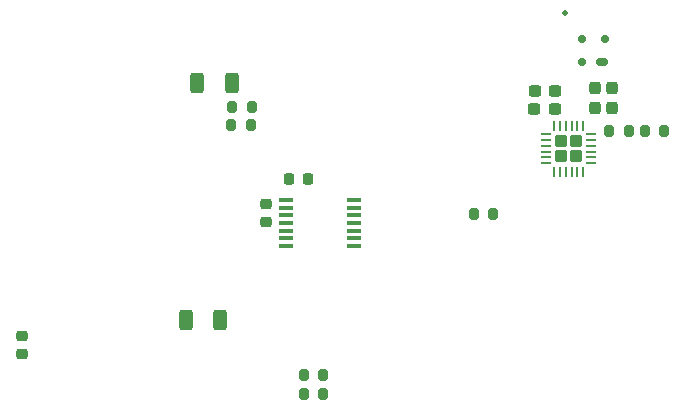
<source format=gbr>
%TF.GenerationSoftware,KiCad,Pcbnew,8.0.6*%
%TF.CreationDate,2025-12-29T11:58:40+02:00*%
%TF.ProjectId,TMCM_1260_alternative,544d434d-5f31-4323-9630-5f616c746572,rev?*%
%TF.SameCoordinates,Original*%
%TF.FileFunction,Paste,Bot*%
%TF.FilePolarity,Positive*%
%FSLAX46Y46*%
G04 Gerber Fmt 4.6, Leading zero omitted, Abs format (unit mm)*
G04 Created by KiCad (PCBNEW 8.0.6) date 2025-12-29 11:58:40*
%MOMM*%
%LPD*%
G01*
G04 APERTURE LIST*
G04 Aperture macros list*
%AMRoundRect*
0 Rectangle with rounded corners*
0 $1 Rounding radius*
0 $2 $3 $4 $5 $6 $7 $8 $9 X,Y pos of 4 corners*
0 Add a 4 corners polygon primitive as box body*
4,1,4,$2,$3,$4,$5,$6,$7,$8,$9,$2,$3,0*
0 Add four circle primitives for the rounded corners*
1,1,$1+$1,$2,$3*
1,1,$1+$1,$4,$5*
1,1,$1+$1,$6,$7*
1,1,$1+$1,$8,$9*
0 Add four rect primitives between the rounded corners*
20,1,$1+$1,$2,$3,$4,$5,0*
20,1,$1+$1,$4,$5,$6,$7,0*
20,1,$1+$1,$6,$7,$8,$9,0*
20,1,$1+$1,$8,$9,$2,$3,0*%
G04 Aperture macros list end*
%ADD10C,0.499999*%
%ADD11RoundRect,0.200000X-0.200000X-0.275000X0.200000X-0.275000X0.200000X0.275000X-0.200000X0.275000X0*%
%ADD12RoundRect,0.200000X0.200000X0.275000X-0.200000X0.275000X-0.200000X-0.275000X0.200000X-0.275000X0*%
%ADD13R,1.308100X0.355600*%
%ADD14RoundRect,0.237500X-0.237500X0.300000X-0.237500X-0.300000X0.237500X-0.300000X0.237500X0.300000X0*%
%ADD15RoundRect,0.250000X-0.312500X-0.625000X0.312500X-0.625000X0.312500X0.625000X-0.312500X0.625000X0*%
%ADD16RoundRect,0.225000X-0.225000X-0.250000X0.225000X-0.250000X0.225000X0.250000X-0.225000X0.250000X0*%
%ADD17RoundRect,0.175000X0.325000X-0.175000X0.325000X0.175000X-0.325000X0.175000X-0.325000X-0.175000X0*%
%ADD18RoundRect,0.150000X0.150000X-0.200000X0.150000X0.200000X-0.150000X0.200000X-0.150000X-0.200000X0*%
%ADD19RoundRect,0.062500X-0.350000X0.062500X-0.350000X-0.062500X0.350000X-0.062500X0.350000X0.062500X0*%
%ADD20RoundRect,0.062500X-0.062500X0.350000X-0.062500X-0.350000X0.062500X-0.350000X0.062500X0.350000X0*%
%ADD21RoundRect,0.250000X-0.275000X0.275000X-0.275000X-0.275000X0.275000X-0.275000X0.275000X0.275000X0*%
%ADD22RoundRect,0.225000X-0.250000X0.225000X-0.250000X-0.225000X0.250000X-0.225000X0.250000X0.225000X0*%
%ADD23RoundRect,0.237500X0.300000X0.237500X-0.300000X0.237500X-0.300000X-0.237500X0.300000X-0.237500X0*%
G04 APERTURE END LIST*
D10*
%TO.C,U1*%
X120749498Y-82212000D03*
%TD*%
D11*
%TO.C,R22*%
X92520000Y-91694000D03*
X94170000Y-91694000D03*
%TD*%
D12*
%TO.C,R40*%
X126148600Y-92176600D03*
X124498600Y-92176600D03*
%TD*%
D13*
%TO.C,U5*%
X102901750Y-98048790D03*
X102901750Y-98698791D03*
X102901750Y-99348792D03*
X102901750Y-99998791D03*
X102901750Y-100648790D03*
X102901750Y-101298791D03*
X102901750Y-101948790D03*
X97097850Y-101948792D03*
X97097850Y-101298791D03*
X97097850Y-100648792D03*
X97097850Y-99998791D03*
X97097850Y-99348792D03*
X97097850Y-98698791D03*
X97097850Y-98048792D03*
%TD*%
D14*
%TO.C,C40*%
X123266200Y-88545500D03*
X123266200Y-90270500D03*
%TD*%
D15*
%TO.C,R7*%
X88631300Y-108229400D03*
X91556300Y-108229400D03*
%TD*%
D11*
%TO.C,R16*%
X98641400Y-114452400D03*
X100291400Y-114452400D03*
%TD*%
D14*
%TO.C,C41*%
X124739400Y-88544400D03*
X124739400Y-90269400D03*
%TD*%
D12*
%TO.C,R41*%
X129171200Y-92176600D03*
X127521200Y-92176600D03*
%TD*%
D16*
%TO.C,C36*%
X97421400Y-96316800D03*
X98971400Y-96316800D03*
%TD*%
D17*
%TO.C,D8*%
X123930600Y-86410000D03*
D18*
X122230600Y-86410000D03*
X122230600Y-84410000D03*
X124130600Y-84410000D03*
%TD*%
D19*
%TO.C,U7*%
X119122900Y-92457700D03*
X119122900Y-92957700D03*
X119122900Y-93457700D03*
X119122900Y-93957700D03*
X119122900Y-94457700D03*
X119122900Y-94957700D03*
D20*
X119810400Y-95645200D03*
X120310400Y-95645200D03*
X120810400Y-95645200D03*
X121310400Y-95645200D03*
X121810400Y-95645200D03*
X122310400Y-95645200D03*
D19*
X122997900Y-94957700D03*
X122997900Y-94457700D03*
X122997900Y-93957700D03*
X122997900Y-93457700D03*
X122997900Y-92957700D03*
X122997900Y-92457700D03*
D20*
X122310400Y-91770200D03*
X121810400Y-91770200D03*
X121310400Y-91770200D03*
X120810400Y-91770200D03*
X120310400Y-91770200D03*
X119810400Y-91770200D03*
D21*
X120410400Y-94357700D03*
X121710400Y-94357700D03*
X120410400Y-93057700D03*
X121710400Y-93057700D03*
%TD*%
D11*
%TO.C,R23*%
X92570800Y-90220800D03*
X94220800Y-90220800D03*
%TD*%
D22*
%TO.C,C39*%
X95453200Y-98361200D03*
X95453200Y-99911200D03*
%TD*%
%TO.C,C18*%
X74777600Y-109575000D03*
X74777600Y-111125000D03*
%TD*%
D12*
%TO.C,R26*%
X114667800Y-99263200D03*
X113017800Y-99263200D03*
%TD*%
D23*
%TO.C,C42*%
X119888000Y-90322400D03*
X118163000Y-90322400D03*
%TD*%
%TO.C,C43*%
X119937700Y-88823800D03*
X118212700Y-88823800D03*
%TD*%
D15*
%TO.C,R6*%
X89621900Y-88112600D03*
X92546900Y-88112600D03*
%TD*%
D11*
%TO.C,R17*%
X98641400Y-112903000D03*
X100291400Y-112903000D03*
%TD*%
M02*

</source>
